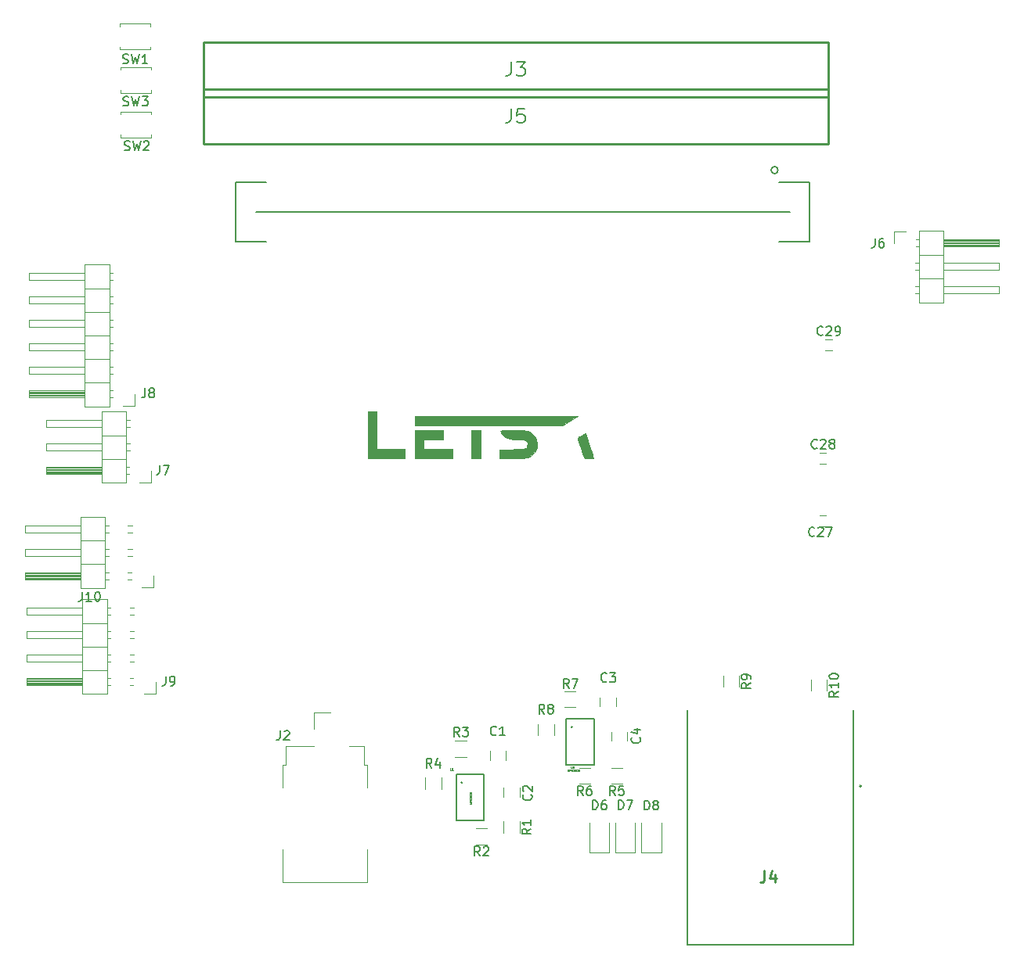
<source format=gbr>
G04 #@! TF.FileFunction,Legend,Top*
%FSLAX45Y45*%
G04 Gerber Fmt 4.5, Leading zero omitted, Abs format (unit mm)*
G04 Created by KiCad (PCBNEW 4.0.7) date 02/13/18 13:39:06*
%MOMM*%
%LPD*%
G01*
G04 APERTURE LIST*
%ADD10C,0.100000*%
%ADD11C,0.200000*%
%ADD12C,0.120000*%
%ADD13C,0.152400*%
%ADD14C,0.254000*%
%ADD15C,0.010000*%
%ADD16C,0.127000*%
%ADD17C,0.150000*%
%ADD18C,0.049267*%
%ADD19C,0.050000*%
%ADD20C,0.049235*%
G04 APERTURE END LIST*
D10*
D11*
X9992500Y-4585000D02*
X15762500Y-4585000D01*
D12*
X8379500Y-9801000D02*
X8379500Y-8773000D01*
X8379500Y-8773000D02*
X8113500Y-8773000D01*
X8113500Y-8773000D02*
X8113500Y-9801000D01*
X8113500Y-9801000D02*
X8379500Y-9801000D01*
X8113500Y-9706000D02*
X7513500Y-9706000D01*
X7513500Y-9706000D02*
X7513500Y-9630000D01*
X7513500Y-9630000D02*
X8113500Y-9630000D01*
X8113500Y-9700000D02*
X7513500Y-9700000D01*
X8113500Y-9688000D02*
X7513500Y-9688000D01*
X8113500Y-9676000D02*
X7513500Y-9676000D01*
X8113500Y-9664000D02*
X7513500Y-9664000D01*
X8113500Y-9652000D02*
X7513500Y-9652000D01*
X8113500Y-9640000D02*
X7513500Y-9640000D01*
X8419207Y-9706000D02*
X8379500Y-9706000D01*
X8419207Y-9630000D02*
X8379500Y-9630000D01*
X8666500Y-9706000D02*
X8627793Y-9706000D01*
X8666500Y-9630000D02*
X8627793Y-9630000D01*
X8379500Y-9541000D02*
X8113500Y-9541000D01*
X8113500Y-9452000D02*
X7513500Y-9452000D01*
X7513500Y-9452000D02*
X7513500Y-9376000D01*
X7513500Y-9376000D02*
X8113500Y-9376000D01*
X8419207Y-9452000D02*
X8379500Y-9452000D01*
X8419207Y-9376000D02*
X8379500Y-9376000D01*
X8673207Y-9452000D02*
X8627793Y-9452000D01*
X8673207Y-9376000D02*
X8627793Y-9376000D01*
X8379500Y-9287000D02*
X8113500Y-9287000D01*
X8113500Y-9198000D02*
X7513500Y-9198000D01*
X7513500Y-9198000D02*
X7513500Y-9122000D01*
X7513500Y-9122000D02*
X8113500Y-9122000D01*
X8419207Y-9198000D02*
X8379500Y-9198000D01*
X8419207Y-9122000D02*
X8379500Y-9122000D01*
X8673207Y-9198000D02*
X8627793Y-9198000D01*
X8673207Y-9122000D02*
X8627793Y-9122000D01*
X8379500Y-9033000D02*
X8113500Y-9033000D01*
X8113500Y-8944000D02*
X7513500Y-8944000D01*
X7513500Y-8944000D02*
X7513500Y-8868000D01*
X7513500Y-8868000D02*
X8113500Y-8868000D01*
X8419207Y-8944000D02*
X8379500Y-8944000D01*
X8419207Y-8868000D02*
X8379500Y-8868000D01*
X8673207Y-8944000D02*
X8627793Y-8944000D01*
X8673207Y-8868000D02*
X8627793Y-8868000D01*
X8904500Y-9668000D02*
X8904500Y-9795000D01*
X8904500Y-9795000D02*
X8777500Y-9795000D01*
X15992000Y-9767500D02*
X15992000Y-9647500D01*
X16168000Y-9647500D02*
X16168000Y-9767500D01*
D13*
X9772390Y-4262420D02*
X10100216Y-4262420D01*
X15977610Y-4262420D02*
X15977610Y-4907580D01*
X15977610Y-4907580D02*
X15649717Y-4907580D01*
X9772390Y-4907580D02*
X9772390Y-4262420D01*
X15649784Y-4262420D02*
X15977610Y-4262420D01*
X10100216Y-4907580D02*
X9772390Y-4907580D01*
X15638101Y-4129500D02*
G75*
G03X15638101Y-4129500I-38100J0D01*
G01*
D11*
X14656000Y-9978000D02*
X14656000Y-12518000D01*
X14656000Y-12518000D02*
X16454000Y-12518000D01*
X16454000Y-12518000D02*
X16454000Y-9978000D01*
D14*
X16538200Y-10797200D02*
G75*
G03X16538200Y-10797200I-7000J0D01*
G01*
D12*
X16086000Y-7864000D02*
X16156000Y-7864000D01*
X16156000Y-7984000D02*
X16086000Y-7984000D01*
X16160000Y-7310000D02*
X16090000Y-7310000D01*
X16090000Y-7190000D02*
X16160000Y-7190000D01*
X16221000Y-6083000D02*
X16151000Y-6083000D01*
X16151000Y-5963000D02*
X16221000Y-5963000D01*
X13882000Y-11518500D02*
X14094000Y-11518500D01*
X13882000Y-11198500D02*
X13882000Y-11518500D01*
X14094000Y-11518500D02*
X14094000Y-11198500D01*
X13602000Y-11513500D02*
X13814000Y-11513500D01*
X13602000Y-11193500D02*
X13602000Y-11513500D01*
X13814000Y-11513500D02*
X13814000Y-11193500D01*
X14162000Y-11518500D02*
X14374000Y-11518500D01*
X14162000Y-11198500D02*
X14162000Y-11518500D01*
X14374000Y-11518500D02*
X14374000Y-11198500D01*
D15*
G36*
X11298733Y-6945398D02*
X11300250Y-7148886D01*
X11603322Y-7148886D01*
X11603318Y-7249909D01*
X11199227Y-7249909D01*
X11199227Y-6741909D01*
X11297216Y-6741909D01*
X11298733Y-6945398D01*
X11298733Y-6945398D01*
G37*
X11298733Y-6945398D02*
X11300250Y-7148886D01*
X11603322Y-7148886D01*
X11603318Y-7249909D01*
X11199227Y-7249909D01*
X11199227Y-6741909D01*
X11297216Y-6741909D01*
X11298733Y-6945398D01*
G36*
X12013182Y-7047864D02*
X11804914Y-7047864D01*
X11806582Y-7098375D01*
X11808250Y-7148886D01*
X11961227Y-7150037D01*
X12114204Y-7151188D01*
X12115872Y-7200549D01*
X12117540Y-7249909D01*
X11707227Y-7249909D01*
X11707227Y-6943954D01*
X12013182Y-6943954D01*
X12013182Y-7047864D01*
X12013182Y-7047864D01*
G37*
X12013182Y-7047864D02*
X11804914Y-7047864D01*
X11806582Y-7098375D01*
X11808250Y-7148886D01*
X11961227Y-7150037D01*
X12114204Y-7151188D01*
X12115872Y-7200549D01*
X12117540Y-7249909D01*
X11707227Y-7249909D01*
X11707227Y-6943954D01*
X12013182Y-6943954D01*
X12013182Y-7047864D01*
G36*
X12369648Y-6945173D02*
X12420159Y-6946841D01*
X12423237Y-7249909D01*
X12319136Y-7249909D01*
X12319136Y-6943505D01*
X12369648Y-6945173D01*
X12369648Y-6945173D01*
G37*
X12369648Y-6945173D02*
X12420159Y-6946841D01*
X12423237Y-7249909D01*
X12319136Y-7249909D01*
X12319136Y-6943505D01*
X12369648Y-6945173D01*
G36*
X12815247Y-6944205D02*
X12855107Y-6945162D01*
X12886682Y-6947134D01*
X12911598Y-6950430D01*
X12931481Y-6955357D01*
X12947959Y-6962225D01*
X12962657Y-6971342D01*
X12977202Y-6983015D01*
X12978787Y-6984402D01*
X13005902Y-7015139D01*
X13023169Y-7049608D01*
X13030919Y-7086089D01*
X13029482Y-7122865D01*
X13019188Y-7158216D01*
X13000368Y-7190423D01*
X12973352Y-7217769D01*
X12938471Y-7238534D01*
X12929222Y-7242254D01*
X12915826Y-7244812D01*
X12891133Y-7246827D01*
X12855378Y-7248286D01*
X12808797Y-7249180D01*
X12767966Y-7249470D01*
X12625091Y-7249909D01*
X12625091Y-7151773D01*
X12752276Y-7151773D01*
X12800450Y-7151530D01*
X12838412Y-7150639D01*
X12867488Y-7148856D01*
X12889005Y-7145937D01*
X12904289Y-7141637D01*
X12914666Y-7135713D01*
X12921463Y-7127920D01*
X12925309Y-7119926D01*
X12930553Y-7098355D01*
X12926772Y-7080943D01*
X12914171Y-7064738D01*
X12906676Y-7057604D01*
X12899529Y-7052831D01*
X12890321Y-7049946D01*
X12876641Y-7048472D01*
X12856079Y-7047937D01*
X12828498Y-7047864D01*
X12781354Y-7046407D01*
X12743537Y-7041564D01*
X12713145Y-7032629D01*
X12688274Y-7018891D01*
X12667022Y-6999644D01*
X12653441Y-6982739D01*
X12644735Y-6970608D01*
X12639153Y-6961312D01*
X12637783Y-6954474D01*
X12641715Y-6949717D01*
X12652038Y-6946664D01*
X12669839Y-6944937D01*
X12696208Y-6944161D01*
X12732234Y-6943958D01*
X12765475Y-6943954D01*
X12815247Y-6944205D01*
X12815247Y-6944205D01*
G37*
X12815247Y-6944205D02*
X12855107Y-6945162D01*
X12886682Y-6947134D01*
X12911598Y-6950430D01*
X12931481Y-6955357D01*
X12947959Y-6962225D01*
X12962657Y-6971342D01*
X12977202Y-6983015D01*
X12978787Y-6984402D01*
X13005902Y-7015139D01*
X13023169Y-7049608D01*
X13030919Y-7086089D01*
X13029482Y-7122865D01*
X13019188Y-7158216D01*
X13000368Y-7190423D01*
X12973352Y-7217769D01*
X12938471Y-7238534D01*
X12929222Y-7242254D01*
X12915826Y-7244812D01*
X12891133Y-7246827D01*
X12855378Y-7248286D01*
X12808797Y-7249180D01*
X12767966Y-7249470D01*
X12625091Y-7249909D01*
X12625091Y-7151773D01*
X12752276Y-7151773D01*
X12800450Y-7151530D01*
X12838412Y-7150639D01*
X12867488Y-7148856D01*
X12889005Y-7145937D01*
X12904289Y-7141637D01*
X12914666Y-7135713D01*
X12921463Y-7127920D01*
X12925309Y-7119926D01*
X12930553Y-7098355D01*
X12926772Y-7080943D01*
X12914171Y-7064738D01*
X12906676Y-7057604D01*
X12899529Y-7052831D01*
X12890321Y-7049946D01*
X12876641Y-7048472D01*
X12856079Y-7047937D01*
X12828498Y-7047864D01*
X12781354Y-7046407D01*
X12743537Y-7041564D01*
X12713145Y-7032629D01*
X12688274Y-7018891D01*
X12667022Y-6999644D01*
X12653441Y-6982739D01*
X12644735Y-6970608D01*
X12639153Y-6961312D01*
X12637783Y-6954474D01*
X12641715Y-6949717D01*
X12652038Y-6946664D01*
X12669839Y-6944937D01*
X12696208Y-6944161D01*
X12732234Y-6943958D01*
X12765475Y-6943954D01*
X12815247Y-6944205D01*
G36*
X13597361Y-7110059D02*
X13609598Y-7146947D01*
X13620515Y-7180185D01*
X13629606Y-7208211D01*
X13636368Y-7229462D01*
X13640296Y-7242375D01*
X13641091Y-7245582D01*
X13635878Y-7248259D01*
X13622341Y-7249782D01*
X13603637Y-7250241D01*
X13582920Y-7249725D01*
X13563345Y-7248326D01*
X13548068Y-7246132D01*
X13540243Y-7243235D01*
X13539886Y-7242693D01*
X13537275Y-7235153D01*
X13531632Y-7218503D01*
X13523579Y-7194584D01*
X13513735Y-7165241D01*
X13502721Y-7132316D01*
X13502472Y-7131568D01*
X13490034Y-7094668D01*
X13481040Y-7067107D01*
X13475727Y-7047132D01*
X13474332Y-7032990D01*
X13477092Y-7022928D01*
X13484245Y-7015194D01*
X13496027Y-7008035D01*
X13512676Y-6999697D01*
X13520872Y-6995578D01*
X13553630Y-6978864D01*
X13597361Y-7110059D01*
X13597361Y-7110059D01*
G37*
X13597361Y-7110059D02*
X13609598Y-7146947D01*
X13620515Y-7180185D01*
X13629606Y-7208211D01*
X13636368Y-7229462D01*
X13640296Y-7242375D01*
X13641091Y-7245582D01*
X13635878Y-7248259D01*
X13622341Y-7249782D01*
X13603637Y-7250241D01*
X13582920Y-7249725D01*
X13563345Y-7248326D01*
X13548068Y-7246132D01*
X13540243Y-7243235D01*
X13539886Y-7242693D01*
X13537275Y-7235153D01*
X13531632Y-7218503D01*
X13523579Y-7194584D01*
X13513735Y-7165241D01*
X13502721Y-7132316D01*
X13502472Y-7131568D01*
X13490034Y-7094668D01*
X13481040Y-7067107D01*
X13475727Y-7047132D01*
X13474332Y-7032990D01*
X13477092Y-7022928D01*
X13484245Y-7015194D01*
X13496027Y-7008035D01*
X13512676Y-6999697D01*
X13520872Y-6995578D01*
X13553630Y-6978864D01*
X13597361Y-7110059D01*
G36*
X13428631Y-6817081D02*
X13401846Y-6831522D01*
X13373789Y-6848298D01*
X13349951Y-6864104D01*
X13347129Y-6866149D01*
X13312013Y-6892000D01*
X11707227Y-6892000D01*
X11707227Y-6793864D01*
X13475019Y-6793864D01*
X13428631Y-6817081D01*
X13428631Y-6817081D01*
G37*
X13428631Y-6817081D02*
X13401846Y-6831522D01*
X13373789Y-6848298D01*
X13349951Y-6864104D01*
X13347129Y-6866149D01*
X13312013Y-6892000D01*
X11707227Y-6892000D01*
X11707227Y-6793864D01*
X13475019Y-6793864D01*
X13428631Y-6817081D01*
D14*
X9422800Y-3846696D02*
X9422800Y-3250304D01*
X9422800Y-3250304D02*
X16179200Y-3250304D01*
X16179200Y-3250304D02*
X16179200Y-3846696D01*
X16179200Y-3846696D02*
X9422800Y-3846696D01*
D12*
X12669000Y-11301500D02*
X12669000Y-11181500D01*
X12845000Y-11181500D02*
X12845000Y-11301500D01*
X12372000Y-11253500D02*
X12492000Y-11253500D01*
X12492000Y-11429500D02*
X12372000Y-11429500D01*
X12147000Y-10303500D02*
X12267000Y-10303500D01*
X12267000Y-10479500D02*
X12147000Y-10479500D01*
X11819000Y-10826500D02*
X11819000Y-10706500D01*
X11995000Y-10706500D02*
X11995000Y-10826500D01*
X13833000Y-10598000D02*
X13953000Y-10598000D01*
X13953000Y-10774000D02*
X13833000Y-10774000D01*
X13485500Y-10598000D02*
X13605500Y-10598000D01*
X13605500Y-10774000D02*
X13485500Y-10774000D01*
X13330500Y-9768000D02*
X13450500Y-9768000D01*
X13450500Y-9944000D02*
X13330500Y-9944000D01*
X13040000Y-10243500D02*
X13040000Y-10123500D01*
X13216000Y-10123500D02*
X13216000Y-10243500D01*
D16*
X13414500Y-10159639D02*
G75*
G03X13414500Y-10159639I-6500J0D01*
G01*
X13348000Y-10064639D02*
X13348000Y-10564639D01*
X13348000Y-10564639D02*
X13648000Y-10564639D01*
X13648000Y-10564639D02*
X13648000Y-10064639D01*
X13648000Y-10064639D02*
X13348000Y-10064639D01*
D14*
X9422700Y-3339092D02*
X9422700Y-2742700D01*
X9422700Y-2742700D02*
X16179100Y-2742700D01*
X16179100Y-2742700D02*
X16179100Y-3339092D01*
X16179100Y-3339092D02*
X9422700Y-3339092D01*
D16*
X12223500Y-10761500D02*
G75*
G03X12223500Y-10761500I-6500J0D01*
G01*
X12157000Y-10666500D02*
X12157000Y-11166500D01*
X12157000Y-11166500D02*
X12457000Y-11166500D01*
X12457000Y-11166500D02*
X12457000Y-10666500D01*
X12457000Y-10666500D02*
X12157000Y-10666500D01*
D12*
X8590500Y-7515000D02*
X8590500Y-6741000D01*
X8590500Y-6741000D02*
X8324500Y-6741000D01*
X8324500Y-6741000D02*
X8324500Y-7515000D01*
X8324500Y-7515000D02*
X8590500Y-7515000D01*
X8324500Y-7420000D02*
X7724500Y-7420000D01*
X7724500Y-7420000D02*
X7724500Y-7344000D01*
X7724500Y-7344000D02*
X8324500Y-7344000D01*
X8324500Y-7414000D02*
X7724500Y-7414000D01*
X8324500Y-7402000D02*
X7724500Y-7402000D01*
X8324500Y-7390000D02*
X7724500Y-7390000D01*
X8324500Y-7378000D02*
X7724500Y-7378000D01*
X8324500Y-7366000D02*
X7724500Y-7366000D01*
X8324500Y-7354000D02*
X7724500Y-7354000D01*
X8623500Y-7420000D02*
X8590500Y-7420000D01*
X8623500Y-7344000D02*
X8590500Y-7344000D01*
X8590500Y-7255000D02*
X8324500Y-7255000D01*
X8324500Y-7166000D02*
X7724500Y-7166000D01*
X7724500Y-7166000D02*
X7724500Y-7090000D01*
X7724500Y-7090000D02*
X8324500Y-7090000D01*
X8630207Y-7166000D02*
X8590500Y-7166000D01*
X8630207Y-7090000D02*
X8590500Y-7090000D01*
X8590500Y-7001000D02*
X8324500Y-7001000D01*
X8324500Y-6912000D02*
X7724500Y-6912000D01*
X7724500Y-6912000D02*
X7724500Y-6836000D01*
X7724500Y-6836000D02*
X8324500Y-6836000D01*
X8630207Y-6912000D02*
X8590500Y-6912000D01*
X8630207Y-6836000D02*
X8590500Y-6836000D01*
X8861500Y-7382000D02*
X8861500Y-7509000D01*
X8861500Y-7509000D02*
X8734500Y-7509000D01*
X8407000Y-6687000D02*
X8407000Y-5151000D01*
X8407000Y-5151000D02*
X8141000Y-5151000D01*
X8141000Y-5151000D02*
X8141000Y-6687000D01*
X8141000Y-6687000D02*
X8407000Y-6687000D01*
X8141000Y-6592000D02*
X7541000Y-6592000D01*
X7541000Y-6592000D02*
X7541000Y-6516000D01*
X7541000Y-6516000D02*
X8141000Y-6516000D01*
X8141000Y-6586000D02*
X7541000Y-6586000D01*
X8141000Y-6574000D02*
X7541000Y-6574000D01*
X8141000Y-6562000D02*
X7541000Y-6562000D01*
X8141000Y-6550000D02*
X7541000Y-6550000D01*
X8141000Y-6538000D02*
X7541000Y-6538000D01*
X8141000Y-6526000D02*
X7541000Y-6526000D01*
X8440000Y-6592000D02*
X8407000Y-6592000D01*
X8440000Y-6516000D02*
X8407000Y-6516000D01*
X8407000Y-6427000D02*
X8141000Y-6427000D01*
X8141000Y-6338000D02*
X7541000Y-6338000D01*
X7541000Y-6338000D02*
X7541000Y-6262000D01*
X7541000Y-6262000D02*
X8141000Y-6262000D01*
X8446707Y-6338000D02*
X8407000Y-6338000D01*
X8446707Y-6262000D02*
X8407000Y-6262000D01*
X8407000Y-6173000D02*
X8141000Y-6173000D01*
X8141000Y-6084000D02*
X7541000Y-6084000D01*
X7541000Y-6084000D02*
X7541000Y-6008000D01*
X7541000Y-6008000D02*
X8141000Y-6008000D01*
X8446707Y-6084000D02*
X8407000Y-6084000D01*
X8446707Y-6008000D02*
X8407000Y-6008000D01*
X8407000Y-5919000D02*
X8141000Y-5919000D01*
X8141000Y-5830000D02*
X7541000Y-5830000D01*
X7541000Y-5830000D02*
X7541000Y-5754000D01*
X7541000Y-5754000D02*
X8141000Y-5754000D01*
X8446707Y-5830000D02*
X8407000Y-5830000D01*
X8446707Y-5754000D02*
X8407000Y-5754000D01*
X8407000Y-5665000D02*
X8141000Y-5665000D01*
X8141000Y-5576000D02*
X7541000Y-5576000D01*
X7541000Y-5576000D02*
X7541000Y-5500000D01*
X7541000Y-5500000D02*
X8141000Y-5500000D01*
X8446707Y-5576000D02*
X8407000Y-5576000D01*
X8446707Y-5500000D02*
X8407000Y-5500000D01*
X8407000Y-5411000D02*
X8141000Y-5411000D01*
X8141000Y-5322000D02*
X7541000Y-5322000D01*
X7541000Y-5322000D02*
X7541000Y-5246000D01*
X7541000Y-5246000D02*
X8141000Y-5246000D01*
X8446707Y-5322000D02*
X8407000Y-5322000D01*
X8446707Y-5246000D02*
X8407000Y-5246000D01*
X8678000Y-6554000D02*
X8678000Y-6681000D01*
X8678000Y-6681000D02*
X8551000Y-6681000D01*
X17163500Y-4786000D02*
X17163500Y-5560000D01*
X17163500Y-5560000D02*
X17429500Y-5560000D01*
X17429500Y-5560000D02*
X17429500Y-4786000D01*
X17429500Y-4786000D02*
X17163500Y-4786000D01*
X17429500Y-4881000D02*
X18029500Y-4881000D01*
X18029500Y-4881000D02*
X18029500Y-4957000D01*
X18029500Y-4957000D02*
X17429500Y-4957000D01*
X17429500Y-4887000D02*
X18029500Y-4887000D01*
X17429500Y-4899000D02*
X18029500Y-4899000D01*
X17429500Y-4911000D02*
X18029500Y-4911000D01*
X17429500Y-4923000D02*
X18029500Y-4923000D01*
X17429500Y-4935000D02*
X18029500Y-4935000D01*
X17429500Y-4947000D02*
X18029500Y-4947000D01*
X17130500Y-4881000D02*
X17163500Y-4881000D01*
X17130500Y-4957000D02*
X17163500Y-4957000D01*
X17163500Y-5046000D02*
X17429500Y-5046000D01*
X17429500Y-5135000D02*
X18029500Y-5135000D01*
X18029500Y-5135000D02*
X18029500Y-5211000D01*
X18029500Y-5211000D02*
X17429500Y-5211000D01*
X17123793Y-5135000D02*
X17163500Y-5135000D01*
X17123793Y-5211000D02*
X17163500Y-5211000D01*
X17163500Y-5300000D02*
X17429500Y-5300000D01*
X17429500Y-5389000D02*
X18029500Y-5389000D01*
X18029500Y-5389000D02*
X18029500Y-5465000D01*
X18029500Y-5465000D02*
X17429500Y-5465000D01*
X17123793Y-5389000D02*
X17163500Y-5389000D01*
X17123793Y-5465000D02*
X17163500Y-5465000D01*
X16892500Y-4919000D02*
X16892500Y-4792000D01*
X16892500Y-4792000D02*
X17019500Y-4792000D01*
X11197500Y-11482500D02*
X11197500Y-11837500D01*
X11197500Y-11837500D02*
X10277500Y-11837500D01*
X10277500Y-11837500D02*
X10277500Y-11482500D01*
X10277500Y-10812500D02*
X10277500Y-10567500D01*
X10277500Y-10567500D02*
X10317500Y-10567500D01*
X10317500Y-10567500D02*
X10317500Y-10367500D01*
X10317500Y-10367500D02*
X10617500Y-10367500D01*
X10997500Y-10367500D02*
X11157500Y-10367500D01*
X11157500Y-10367500D02*
X11157500Y-10567500D01*
X11157500Y-10567500D02*
X11197500Y-10567500D01*
X11197500Y-10567500D02*
X11197500Y-10812500D01*
X10618500Y-10177500D02*
X10618500Y-10003500D01*
X10618500Y-10003500D02*
X10792500Y-10003500D01*
X15044500Y-9725000D02*
X15044500Y-9605000D01*
X15220500Y-9605000D02*
X15220500Y-9725000D01*
X8359500Y-8656000D02*
X8359500Y-7882000D01*
X8359500Y-7882000D02*
X8093500Y-7882000D01*
X8093500Y-7882000D02*
X8093500Y-8656000D01*
X8093500Y-8656000D02*
X8359500Y-8656000D01*
X8093500Y-8561000D02*
X7493500Y-8561000D01*
X7493500Y-8561000D02*
X7493500Y-8485000D01*
X7493500Y-8485000D02*
X8093500Y-8485000D01*
X8093500Y-8555000D02*
X7493500Y-8555000D01*
X8093500Y-8543000D02*
X7493500Y-8543000D01*
X8093500Y-8531000D02*
X7493500Y-8531000D01*
X8093500Y-8519000D02*
X7493500Y-8519000D01*
X8093500Y-8507000D02*
X7493500Y-8507000D01*
X8093500Y-8495000D02*
X7493500Y-8495000D01*
X8399207Y-8561000D02*
X8359500Y-8561000D01*
X8399207Y-8485000D02*
X8359500Y-8485000D01*
X8646500Y-8561000D02*
X8607793Y-8561000D01*
X8646500Y-8485000D02*
X8607793Y-8485000D01*
X8359500Y-8396000D02*
X8093500Y-8396000D01*
X8093500Y-8307000D02*
X7493500Y-8307000D01*
X7493500Y-8307000D02*
X7493500Y-8231000D01*
X7493500Y-8231000D02*
X8093500Y-8231000D01*
X8399207Y-8307000D02*
X8359500Y-8307000D01*
X8399207Y-8231000D02*
X8359500Y-8231000D01*
X8653207Y-8307000D02*
X8607793Y-8307000D01*
X8653207Y-8231000D02*
X8607793Y-8231000D01*
X8359500Y-8142000D02*
X8093500Y-8142000D01*
X8093500Y-8053000D02*
X7493500Y-8053000D01*
X7493500Y-8053000D02*
X7493500Y-7977000D01*
X7493500Y-7977000D02*
X8093500Y-7977000D01*
X8399207Y-8053000D02*
X8359500Y-8053000D01*
X8399207Y-7977000D02*
X8359500Y-7977000D01*
X8653207Y-8053000D02*
X8607793Y-8053000D01*
X8653207Y-7977000D02*
X8607793Y-7977000D01*
X8884500Y-8523000D02*
X8884500Y-8650000D01*
X8884500Y-8650000D02*
X8757500Y-8650000D01*
X8517500Y-2795000D02*
X8517500Y-2825000D01*
X8517500Y-2825000D02*
X8847500Y-2825000D01*
X8847500Y-2825000D02*
X8847500Y-2795000D01*
X8517500Y-2575000D02*
X8517500Y-2545000D01*
X8517500Y-2545000D02*
X8847500Y-2545000D01*
X8847500Y-2545000D02*
X8847500Y-2575000D01*
X8527500Y-3265000D02*
X8527500Y-3295000D01*
X8527500Y-3295000D02*
X8857500Y-3295000D01*
X8857500Y-3295000D02*
X8857500Y-3265000D01*
X8527500Y-3045000D02*
X8527500Y-3015000D01*
X8527500Y-3015000D02*
X8857500Y-3015000D01*
X8857500Y-3015000D02*
X8857500Y-3045000D01*
X8525000Y-3747500D02*
X8525000Y-3777500D01*
X8525000Y-3777500D02*
X8855000Y-3777500D01*
X8855000Y-3777500D02*
X8855000Y-3747500D01*
X8525000Y-3527500D02*
X8525000Y-3497500D01*
X8525000Y-3497500D02*
X8855000Y-3497500D01*
X8855000Y-3497500D02*
X8855000Y-3527500D01*
X12692000Y-10516500D02*
X12692000Y-10416500D01*
X12522000Y-10416500D02*
X12522000Y-10516500D01*
X12672000Y-10816500D02*
X12672000Y-10916500D01*
X12842000Y-10916500D02*
X12842000Y-10816500D01*
X13883000Y-9936000D02*
X13883000Y-9836000D01*
X13713000Y-9836000D02*
X13713000Y-9936000D01*
X13838000Y-10208500D02*
X13838000Y-10308500D01*
X14008000Y-10308500D02*
X14008000Y-10208500D01*
D17*
X9015167Y-9609238D02*
X9015167Y-9680667D01*
X9010405Y-9694952D01*
X9000881Y-9704476D01*
X8986595Y-9709238D01*
X8977071Y-9709238D01*
X9067548Y-9709238D02*
X9086595Y-9709238D01*
X9096119Y-9704476D01*
X9100881Y-9699714D01*
X9110405Y-9685429D01*
X9115167Y-9666381D01*
X9115167Y-9628286D01*
X9110405Y-9618762D01*
X9105643Y-9614000D01*
X9096119Y-9609238D01*
X9077071Y-9609238D01*
X9067548Y-9614000D01*
X9062786Y-9618762D01*
X9058024Y-9628286D01*
X9058024Y-9652095D01*
X9062786Y-9661619D01*
X9067548Y-9666381D01*
X9077071Y-9671143D01*
X9096119Y-9671143D01*
X9105643Y-9666381D01*
X9110405Y-9661619D01*
X9115167Y-9652095D01*
X16290238Y-9771786D02*
X16242619Y-9805119D01*
X16290238Y-9828929D02*
X16190238Y-9828929D01*
X16190238Y-9790833D01*
X16195000Y-9781310D01*
X16199762Y-9776548D01*
X16209286Y-9771786D01*
X16223571Y-9771786D01*
X16233095Y-9776548D01*
X16237857Y-9781310D01*
X16242619Y-9790833D01*
X16242619Y-9828929D01*
X16290238Y-9676548D02*
X16290238Y-9733691D01*
X16290238Y-9705119D02*
X16190238Y-9705119D01*
X16204524Y-9714643D01*
X16214048Y-9724167D01*
X16218809Y-9733691D01*
X16190238Y-9614643D02*
X16190238Y-9605119D01*
X16195000Y-9595595D01*
X16199762Y-9590833D01*
X16209286Y-9586071D01*
X16228333Y-9581310D01*
X16252143Y-9581310D01*
X16271190Y-9586071D01*
X16280714Y-9590833D01*
X16285476Y-9595595D01*
X16290238Y-9605119D01*
X16290238Y-9614643D01*
X16285476Y-9624167D01*
X16280714Y-9628929D01*
X16271190Y-9633691D01*
X16252143Y-9638452D01*
X16228333Y-9638452D01*
X16209286Y-9633691D01*
X16199762Y-9628929D01*
X16195000Y-9624167D01*
X16190238Y-9614643D01*
D14*
X15490041Y-11714088D02*
X15490041Y-11804803D01*
X15483993Y-11822945D01*
X15471898Y-11835041D01*
X15453755Y-11841088D01*
X15441660Y-11841088D01*
X15604945Y-11756422D02*
X15604945Y-11841088D01*
X15574707Y-11708041D02*
X15544469Y-11798755D01*
X15623088Y-11798755D01*
D17*
X16031714Y-8084714D02*
X16026952Y-8089476D01*
X16012667Y-8094238D01*
X16003143Y-8094238D01*
X15988857Y-8089476D01*
X15979333Y-8079952D01*
X15974571Y-8070429D01*
X15969809Y-8051381D01*
X15969809Y-8037095D01*
X15974571Y-8018048D01*
X15979333Y-8008524D01*
X15988857Y-7999000D01*
X16003143Y-7994238D01*
X16012667Y-7994238D01*
X16026952Y-7999000D01*
X16031714Y-8003762D01*
X16069809Y-8003762D02*
X16074571Y-7999000D01*
X16084095Y-7994238D01*
X16107905Y-7994238D01*
X16117429Y-7999000D01*
X16122190Y-8003762D01*
X16126952Y-8013286D01*
X16126952Y-8022809D01*
X16122190Y-8037095D01*
X16065048Y-8094238D01*
X16126952Y-8094238D01*
X16160286Y-7994238D02*
X16226952Y-7994238D01*
X16184095Y-8094238D01*
X16060714Y-7135714D02*
X16055952Y-7140476D01*
X16041667Y-7145238D01*
X16032143Y-7145238D01*
X16017857Y-7140476D01*
X16008333Y-7130952D01*
X16003571Y-7121429D01*
X15998809Y-7102381D01*
X15998809Y-7088095D01*
X16003571Y-7069048D01*
X16008333Y-7059524D01*
X16017857Y-7050000D01*
X16032143Y-7045238D01*
X16041667Y-7045238D01*
X16055952Y-7050000D01*
X16060714Y-7054762D01*
X16098809Y-7054762D02*
X16103571Y-7050000D01*
X16113095Y-7045238D01*
X16136905Y-7045238D01*
X16146429Y-7050000D01*
X16151190Y-7054762D01*
X16155952Y-7064286D01*
X16155952Y-7073809D01*
X16151190Y-7088095D01*
X16094048Y-7145238D01*
X16155952Y-7145238D01*
X16213095Y-7088095D02*
X16203571Y-7083333D01*
X16198809Y-7078571D01*
X16194048Y-7069048D01*
X16194048Y-7064286D01*
X16198809Y-7054762D01*
X16203571Y-7050000D01*
X16213095Y-7045238D01*
X16232143Y-7045238D01*
X16241667Y-7050000D01*
X16246429Y-7054762D01*
X16251190Y-7064286D01*
X16251190Y-7069048D01*
X16246429Y-7078571D01*
X16241667Y-7083333D01*
X16232143Y-7088095D01*
X16213095Y-7088095D01*
X16203571Y-7092857D01*
X16198809Y-7097619D01*
X16194048Y-7107143D01*
X16194048Y-7126190D01*
X16198809Y-7135714D01*
X16203571Y-7140476D01*
X16213095Y-7145238D01*
X16232143Y-7145238D01*
X16241667Y-7140476D01*
X16246429Y-7135714D01*
X16251190Y-7126190D01*
X16251190Y-7107143D01*
X16246429Y-7097619D01*
X16241667Y-7092857D01*
X16232143Y-7088095D01*
X16121714Y-5908714D02*
X16116952Y-5913476D01*
X16102667Y-5918238D01*
X16093143Y-5918238D01*
X16078857Y-5913476D01*
X16069333Y-5903952D01*
X16064571Y-5894429D01*
X16059809Y-5875381D01*
X16059809Y-5861095D01*
X16064571Y-5842048D01*
X16069333Y-5832524D01*
X16078857Y-5823000D01*
X16093143Y-5818238D01*
X16102667Y-5818238D01*
X16116952Y-5823000D01*
X16121714Y-5827762D01*
X16159809Y-5827762D02*
X16164571Y-5823000D01*
X16174095Y-5818238D01*
X16197905Y-5818238D01*
X16207429Y-5823000D01*
X16212190Y-5827762D01*
X16216952Y-5837286D01*
X16216952Y-5846809D01*
X16212190Y-5861095D01*
X16155048Y-5918238D01*
X16216952Y-5918238D01*
X16264571Y-5918238D02*
X16283619Y-5918238D01*
X16293143Y-5913476D01*
X16297905Y-5908714D01*
X16307429Y-5894429D01*
X16312190Y-5875381D01*
X16312190Y-5837286D01*
X16307429Y-5827762D01*
X16302667Y-5823000D01*
X16293143Y-5818238D01*
X16274095Y-5818238D01*
X16264571Y-5823000D01*
X16259809Y-5827762D01*
X16255048Y-5837286D01*
X16255048Y-5861095D01*
X16259809Y-5870619D01*
X16264571Y-5875381D01*
X16274095Y-5880143D01*
X16293143Y-5880143D01*
X16302667Y-5875381D01*
X16307429Y-5870619D01*
X16312190Y-5861095D01*
X13911690Y-11048738D02*
X13911690Y-10948738D01*
X13935500Y-10948738D01*
X13949786Y-10953500D01*
X13959310Y-10963024D01*
X13964071Y-10972548D01*
X13968833Y-10991595D01*
X13968833Y-11005881D01*
X13964071Y-11024929D01*
X13959310Y-11034452D01*
X13949786Y-11043976D01*
X13935500Y-11048738D01*
X13911690Y-11048738D01*
X14002167Y-10948738D02*
X14068833Y-10948738D01*
X14025976Y-11048738D01*
X13631690Y-11051238D02*
X13631690Y-10951238D01*
X13655500Y-10951238D01*
X13669786Y-10956000D01*
X13679310Y-10965524D01*
X13684071Y-10975048D01*
X13688833Y-10994095D01*
X13688833Y-11008381D01*
X13684071Y-11027429D01*
X13679310Y-11036952D01*
X13669786Y-11046476D01*
X13655500Y-11051238D01*
X13631690Y-11051238D01*
X13774548Y-10951238D02*
X13755500Y-10951238D01*
X13745976Y-10956000D01*
X13741214Y-10960762D01*
X13731690Y-10975048D01*
X13726929Y-10994095D01*
X13726929Y-11032191D01*
X13731690Y-11041714D01*
X13736452Y-11046476D01*
X13745976Y-11051238D01*
X13765024Y-11051238D01*
X13774548Y-11046476D01*
X13779310Y-11041714D01*
X13784071Y-11032191D01*
X13784071Y-11008381D01*
X13779310Y-10998857D01*
X13774548Y-10994095D01*
X13765024Y-10989333D01*
X13745976Y-10989333D01*
X13736452Y-10994095D01*
X13731690Y-10998857D01*
X13726929Y-11008381D01*
X14191690Y-11053738D02*
X14191690Y-10953738D01*
X14215500Y-10953738D01*
X14229786Y-10958500D01*
X14239310Y-10968024D01*
X14244071Y-10977548D01*
X14248833Y-10996595D01*
X14248833Y-11010881D01*
X14244071Y-11029929D01*
X14239310Y-11039452D01*
X14229786Y-11048976D01*
X14215500Y-11053738D01*
X14191690Y-11053738D01*
X14305976Y-10996595D02*
X14296452Y-10991833D01*
X14291690Y-10987071D01*
X14286929Y-10977548D01*
X14286929Y-10972786D01*
X14291690Y-10963262D01*
X14296452Y-10958500D01*
X14305976Y-10953738D01*
X14325024Y-10953738D01*
X14334548Y-10958500D01*
X14339310Y-10963262D01*
X14344071Y-10972786D01*
X14344071Y-10977548D01*
X14339310Y-10987071D01*
X14334548Y-10991833D01*
X14325024Y-10996595D01*
X14305976Y-10996595D01*
X14296452Y-11001357D01*
X14291690Y-11006119D01*
X14286929Y-11015643D01*
X14286929Y-11034691D01*
X14291690Y-11044214D01*
X14296452Y-11048976D01*
X14305976Y-11053738D01*
X14325024Y-11053738D01*
X14334548Y-11048976D01*
X14339310Y-11044214D01*
X14344071Y-11034691D01*
X14344071Y-11015643D01*
X14339310Y-11006119D01*
X14334548Y-11001357D01*
X14325024Y-10996595D01*
X12750200Y-3465043D02*
X12750200Y-3573900D01*
X12742943Y-3595671D01*
X12728428Y-3610186D01*
X12706657Y-3617443D01*
X12692143Y-3617443D01*
X12895343Y-3465043D02*
X12822771Y-3465043D01*
X12815514Y-3537614D01*
X12822771Y-3530357D01*
X12837286Y-3523100D01*
X12873571Y-3523100D01*
X12888086Y-3530357D01*
X12895343Y-3537614D01*
X12902600Y-3552129D01*
X12902600Y-3588414D01*
X12895343Y-3602929D01*
X12888086Y-3610186D01*
X12873571Y-3617443D01*
X12837286Y-3617443D01*
X12822771Y-3610186D01*
X12815514Y-3602929D01*
X12967238Y-11258167D02*
X12919619Y-11291500D01*
X12967238Y-11315309D02*
X12867238Y-11315309D01*
X12867238Y-11277214D01*
X12872000Y-11267690D01*
X12876762Y-11262928D01*
X12886286Y-11258167D01*
X12900571Y-11258167D01*
X12910095Y-11262928D01*
X12914857Y-11267690D01*
X12919619Y-11277214D01*
X12919619Y-11315309D01*
X12967238Y-11162929D02*
X12967238Y-11220071D01*
X12967238Y-11191500D02*
X12867238Y-11191500D01*
X12881524Y-11201024D01*
X12891048Y-11210548D01*
X12895809Y-11220071D01*
X12415333Y-11551738D02*
X12382000Y-11504119D01*
X12358190Y-11551738D02*
X12358190Y-11451738D01*
X12396286Y-11451738D01*
X12405810Y-11456500D01*
X12410571Y-11461262D01*
X12415333Y-11470786D01*
X12415333Y-11485071D01*
X12410571Y-11494595D01*
X12405810Y-11499357D01*
X12396286Y-11504119D01*
X12358190Y-11504119D01*
X12453429Y-11461262D02*
X12458190Y-11456500D01*
X12467714Y-11451738D01*
X12491524Y-11451738D01*
X12501048Y-11456500D01*
X12505810Y-11461262D01*
X12510571Y-11470786D01*
X12510571Y-11480309D01*
X12505810Y-11494595D01*
X12448667Y-11551738D01*
X12510571Y-11551738D01*
X12192833Y-10259238D02*
X12159500Y-10211619D01*
X12135690Y-10259238D02*
X12135690Y-10159238D01*
X12173786Y-10159238D01*
X12183310Y-10164000D01*
X12188071Y-10168762D01*
X12192833Y-10178286D01*
X12192833Y-10192571D01*
X12188071Y-10202095D01*
X12183310Y-10206857D01*
X12173786Y-10211619D01*
X12135690Y-10211619D01*
X12226167Y-10159238D02*
X12288071Y-10159238D01*
X12254738Y-10197333D01*
X12269024Y-10197333D01*
X12278548Y-10202095D01*
X12283310Y-10206857D01*
X12288071Y-10216381D01*
X12288071Y-10240191D01*
X12283310Y-10249714D01*
X12278548Y-10254476D01*
X12269024Y-10259238D01*
X12240452Y-10259238D01*
X12230929Y-10254476D01*
X12226167Y-10249714D01*
X11892833Y-10599238D02*
X11859500Y-10551619D01*
X11835690Y-10599238D02*
X11835690Y-10499238D01*
X11873786Y-10499238D01*
X11883310Y-10504000D01*
X11888071Y-10508762D01*
X11892833Y-10518286D01*
X11892833Y-10532571D01*
X11888071Y-10542095D01*
X11883310Y-10546857D01*
X11873786Y-10551619D01*
X11835690Y-10551619D01*
X11978548Y-10532571D02*
X11978548Y-10599238D01*
X11954738Y-10494476D02*
X11930929Y-10565905D01*
X11992833Y-10565905D01*
X13876333Y-10896238D02*
X13843000Y-10848619D01*
X13819190Y-10896238D02*
X13819190Y-10796238D01*
X13857286Y-10796238D01*
X13866810Y-10801000D01*
X13871571Y-10805762D01*
X13876333Y-10815286D01*
X13876333Y-10829571D01*
X13871571Y-10839095D01*
X13866810Y-10843857D01*
X13857286Y-10848619D01*
X13819190Y-10848619D01*
X13966810Y-10796238D02*
X13919190Y-10796238D01*
X13914429Y-10843857D01*
X13919190Y-10839095D01*
X13928714Y-10834333D01*
X13952524Y-10834333D01*
X13962048Y-10839095D01*
X13966810Y-10843857D01*
X13971571Y-10853381D01*
X13971571Y-10877191D01*
X13966810Y-10886714D01*
X13962048Y-10891476D01*
X13952524Y-10896238D01*
X13928714Y-10896238D01*
X13919190Y-10891476D01*
X13914429Y-10886714D01*
X13528833Y-10896238D02*
X13495500Y-10848619D01*
X13471690Y-10896238D02*
X13471690Y-10796238D01*
X13509786Y-10796238D01*
X13519310Y-10801000D01*
X13524071Y-10805762D01*
X13528833Y-10815286D01*
X13528833Y-10829571D01*
X13524071Y-10839095D01*
X13519310Y-10843857D01*
X13509786Y-10848619D01*
X13471690Y-10848619D01*
X13614548Y-10796238D02*
X13595500Y-10796238D01*
X13585976Y-10801000D01*
X13581214Y-10805762D01*
X13571690Y-10820048D01*
X13566929Y-10839095D01*
X13566929Y-10877191D01*
X13571690Y-10886714D01*
X13576452Y-10891476D01*
X13585976Y-10896238D01*
X13605024Y-10896238D01*
X13614548Y-10891476D01*
X13619310Y-10886714D01*
X13624071Y-10877191D01*
X13624071Y-10853381D01*
X13619310Y-10843857D01*
X13614548Y-10839095D01*
X13605024Y-10834333D01*
X13585976Y-10834333D01*
X13576452Y-10839095D01*
X13571690Y-10843857D01*
X13566929Y-10853381D01*
X13376333Y-9738738D02*
X13343000Y-9691119D01*
X13319190Y-9738738D02*
X13319190Y-9638738D01*
X13357286Y-9638738D01*
X13366810Y-9643500D01*
X13371571Y-9648262D01*
X13376333Y-9657786D01*
X13376333Y-9672071D01*
X13371571Y-9681595D01*
X13366810Y-9686357D01*
X13357286Y-9691119D01*
X13319190Y-9691119D01*
X13409667Y-9638738D02*
X13476333Y-9638738D01*
X13433476Y-9738738D01*
X13111333Y-10013738D02*
X13078000Y-9966119D01*
X13054190Y-10013738D02*
X13054190Y-9913738D01*
X13092286Y-9913738D01*
X13101810Y-9918500D01*
X13106571Y-9923262D01*
X13111333Y-9932786D01*
X13111333Y-9947071D01*
X13106571Y-9956595D01*
X13101810Y-9961357D01*
X13092286Y-9966119D01*
X13054190Y-9966119D01*
X13168476Y-9956595D02*
X13158952Y-9951833D01*
X13154190Y-9947071D01*
X13149429Y-9937548D01*
X13149429Y-9932786D01*
X13154190Y-9923262D01*
X13158952Y-9918500D01*
X13168476Y-9913738D01*
X13187524Y-9913738D01*
X13197048Y-9918500D01*
X13201810Y-9923262D01*
X13206571Y-9932786D01*
X13206571Y-9937548D01*
X13201810Y-9947071D01*
X13197048Y-9951833D01*
X13187524Y-9956595D01*
X13168476Y-9956595D01*
X13158952Y-9961357D01*
X13154190Y-9966119D01*
X13149429Y-9975643D01*
X13149429Y-9994691D01*
X13154190Y-10004214D01*
X13158952Y-10008976D01*
X13168476Y-10013738D01*
X13187524Y-10013738D01*
X13197048Y-10008976D01*
X13201810Y-10004214D01*
X13206571Y-9994691D01*
X13206571Y-9975643D01*
X13201810Y-9966119D01*
X13197048Y-9961357D01*
X13187524Y-9956595D01*
D18*
X13397892Y-10581652D02*
X13397892Y-10597605D01*
X13398831Y-10599481D01*
X13399769Y-10600420D01*
X13401646Y-10601358D01*
X13405400Y-10601358D01*
X13407276Y-10600420D01*
X13408215Y-10599481D01*
X13409153Y-10597605D01*
X13409153Y-10581652D01*
X13417599Y-10583528D02*
X13418537Y-10582590D01*
X13420414Y-10581652D01*
X13425106Y-10581652D01*
X13426983Y-10582590D01*
X13427921Y-10583528D01*
X13428860Y-10585405D01*
X13428860Y-10587282D01*
X13427921Y-10590097D01*
X13416661Y-10601358D01*
X13428860Y-10601358D01*
D19*
D20*
X13360289Y-10636190D02*
X13360289Y-10616496D01*
X13366854Y-10630564D01*
X13373419Y-10616496D01*
X13373419Y-10636190D01*
X13382797Y-10636190D02*
X13382797Y-10616496D01*
X13390299Y-10616496D01*
X13392175Y-10617434D01*
X13393113Y-10618372D01*
X13394051Y-10620248D01*
X13394051Y-10623061D01*
X13393113Y-10624937D01*
X13392175Y-10625875D01*
X13390299Y-10626812D01*
X13382797Y-10626812D01*
X13402491Y-10636190D02*
X13402491Y-10616496D01*
X13409055Y-10630564D01*
X13415620Y-10616496D01*
X13415620Y-10636190D01*
X13423123Y-10616496D02*
X13435314Y-10616496D01*
X13428749Y-10623999D01*
X13431563Y-10623999D01*
X13433438Y-10624937D01*
X13434376Y-10625875D01*
X13435314Y-10627750D01*
X13435314Y-10632439D01*
X13434376Y-10634315D01*
X13433438Y-10635253D01*
X13431563Y-10636190D01*
X13425936Y-10636190D01*
X13424060Y-10635253D01*
X13423123Y-10634315D01*
X13452195Y-10616496D02*
X13448443Y-10616496D01*
X13446568Y-10617434D01*
X13445630Y-10618372D01*
X13443754Y-10621185D01*
X13442817Y-10624937D01*
X13442817Y-10632439D01*
X13443754Y-10634315D01*
X13444692Y-10635253D01*
X13446568Y-10636190D01*
X13450319Y-10636190D01*
X13452195Y-10635253D01*
X13453132Y-10634315D01*
X13454070Y-10632439D01*
X13454070Y-10627750D01*
X13453132Y-10625875D01*
X13452195Y-10624937D01*
X13450319Y-10623999D01*
X13446568Y-10623999D01*
X13444692Y-10624937D01*
X13443754Y-10625875D01*
X13442817Y-10627750D01*
X13461573Y-10618372D02*
X13462511Y-10617434D01*
X13464386Y-10616496D01*
X13469075Y-10616496D01*
X13470951Y-10617434D01*
X13471889Y-10618372D01*
X13472827Y-10620248D01*
X13472827Y-10622123D01*
X13471889Y-10624937D01*
X13460635Y-10636190D01*
X13472827Y-10636190D01*
X13485018Y-10616496D02*
X13486894Y-10616496D01*
X13488769Y-10617434D01*
X13489707Y-10618372D01*
X13490645Y-10620248D01*
X13491583Y-10623999D01*
X13491583Y-10628688D01*
X13490645Y-10632439D01*
X13489707Y-10634315D01*
X13488769Y-10635253D01*
X13486894Y-10636190D01*
X13485018Y-10636190D01*
X13483142Y-10635253D01*
X13482205Y-10634315D01*
X13481267Y-10632439D01*
X13480329Y-10628688D01*
X13480329Y-10623999D01*
X13481267Y-10620248D01*
X13482205Y-10618372D01*
X13483142Y-10617434D01*
X13485018Y-10616496D01*
D19*
D17*
X12750100Y-2957439D02*
X12750100Y-3066296D01*
X12742843Y-3088067D01*
X12728329Y-3102582D01*
X12706557Y-3109839D01*
X12692043Y-3109839D01*
X12808157Y-2957439D02*
X12902500Y-2957439D01*
X12851700Y-3015496D01*
X12873471Y-3015496D01*
X12887986Y-3022753D01*
X12895243Y-3030010D01*
X12902500Y-3044525D01*
X12902500Y-3080810D01*
X12895243Y-3095325D01*
X12887986Y-3102582D01*
X12873471Y-3109839D01*
X12829929Y-3109839D01*
X12815414Y-3102582D01*
X12808157Y-3095325D01*
D18*
X12094485Y-10605708D02*
X12094485Y-10621661D01*
X12095424Y-10623538D01*
X12096362Y-10624477D01*
X12098239Y-10625415D01*
X12101993Y-10625415D01*
X12103869Y-10624477D01*
X12104808Y-10623538D01*
X12105746Y-10621661D01*
X12105746Y-10605708D01*
X12125453Y-10625415D02*
X12114192Y-10625415D01*
X12119822Y-10625415D02*
X12119822Y-10605708D01*
X12117946Y-10608524D01*
X12116069Y-10610400D01*
X12114192Y-10611339D01*
D19*
D20*
X12323409Y-10991678D02*
X12303715Y-10991678D01*
X12317782Y-10985113D01*
X12303715Y-10978548D01*
X12323409Y-10978548D01*
X12323409Y-10969170D02*
X12303715Y-10969170D01*
X12303715Y-10961668D01*
X12304653Y-10959792D01*
X12305591Y-10958854D01*
X12307466Y-10957917D01*
X12310280Y-10957917D01*
X12312155Y-10958854D01*
X12313093Y-10959792D01*
X12314031Y-10961668D01*
X12314031Y-10969170D01*
X12323409Y-10949476D02*
X12303715Y-10949476D01*
X12317782Y-10942912D01*
X12303715Y-10936347D01*
X12323409Y-10936347D01*
X12303715Y-10928845D02*
X12303715Y-10916653D01*
X12311218Y-10923218D01*
X12311218Y-10920404D01*
X12312155Y-10918529D01*
X12313093Y-10917591D01*
X12314969Y-10916653D01*
X12319658Y-10916653D01*
X12321534Y-10917591D01*
X12322471Y-10918529D01*
X12323409Y-10920404D01*
X12323409Y-10926031D01*
X12322471Y-10927907D01*
X12321534Y-10928845D01*
X12303715Y-10899773D02*
X12303715Y-10903524D01*
X12304653Y-10905399D01*
X12305591Y-10906337D01*
X12308404Y-10908213D01*
X12312155Y-10909151D01*
X12319658Y-10909151D01*
X12321534Y-10908213D01*
X12322471Y-10907275D01*
X12323409Y-10905399D01*
X12323409Y-10901648D01*
X12322471Y-10899773D01*
X12321534Y-10898835D01*
X12319658Y-10897897D01*
X12314969Y-10897897D01*
X12313093Y-10898835D01*
X12312155Y-10899773D01*
X12311218Y-10901648D01*
X12311218Y-10905399D01*
X12312155Y-10907275D01*
X12313093Y-10908213D01*
X12314969Y-10909151D01*
X12305591Y-10890394D02*
X12304653Y-10889457D01*
X12303715Y-10887581D01*
X12303715Y-10882892D01*
X12304653Y-10881016D01*
X12305591Y-10880079D01*
X12307466Y-10879141D01*
X12309342Y-10879141D01*
X12312155Y-10880079D01*
X12323409Y-10891332D01*
X12323409Y-10879141D01*
X12303715Y-10866949D02*
X12303715Y-10865074D01*
X12304653Y-10863198D01*
X12305591Y-10862260D01*
X12307466Y-10861322D01*
X12311218Y-10860384D01*
X12315907Y-10860384D01*
X12319658Y-10861322D01*
X12321534Y-10862260D01*
X12322471Y-10863198D01*
X12323409Y-10865074D01*
X12323409Y-10866949D01*
X12322471Y-10868825D01*
X12321534Y-10869763D01*
X12319658Y-10870700D01*
X12315907Y-10871638D01*
X12311218Y-10871638D01*
X12307466Y-10870700D01*
X12305591Y-10869763D01*
X12304653Y-10868825D01*
X12303715Y-10866949D01*
D19*
D17*
X8951167Y-7323238D02*
X8951167Y-7394667D01*
X8946405Y-7408952D01*
X8936881Y-7418476D01*
X8922595Y-7423238D01*
X8913071Y-7423238D01*
X8989262Y-7323238D02*
X9055929Y-7323238D01*
X9013071Y-7423238D01*
X8792667Y-6491238D02*
X8792667Y-6562667D01*
X8787905Y-6576952D01*
X8778381Y-6586476D01*
X8764095Y-6591238D01*
X8754571Y-6591238D01*
X8854571Y-6534095D02*
X8845048Y-6529333D01*
X8840286Y-6524571D01*
X8835524Y-6515048D01*
X8835524Y-6510286D01*
X8840286Y-6500762D01*
X8845048Y-6496000D01*
X8854571Y-6491238D01*
X8873619Y-6491238D01*
X8883143Y-6496000D01*
X8887905Y-6500762D01*
X8892667Y-6510286D01*
X8892667Y-6515048D01*
X8887905Y-6524571D01*
X8883143Y-6529333D01*
X8873619Y-6534095D01*
X8854571Y-6534095D01*
X8845048Y-6538857D01*
X8840286Y-6543619D01*
X8835524Y-6553143D01*
X8835524Y-6572190D01*
X8840286Y-6581714D01*
X8845048Y-6586476D01*
X8854571Y-6591238D01*
X8873619Y-6591238D01*
X8883143Y-6586476D01*
X8887905Y-6581714D01*
X8892667Y-6572190D01*
X8892667Y-6553143D01*
X8887905Y-6543619D01*
X8883143Y-6538857D01*
X8873619Y-6534095D01*
X16686167Y-4868238D02*
X16686167Y-4939667D01*
X16681405Y-4953952D01*
X16671881Y-4963476D01*
X16657595Y-4968238D01*
X16648071Y-4968238D01*
X16776643Y-4868238D02*
X16757595Y-4868238D01*
X16748071Y-4873000D01*
X16743309Y-4877762D01*
X16733786Y-4892048D01*
X16729024Y-4911095D01*
X16729024Y-4949191D01*
X16733786Y-4958714D01*
X16738548Y-4963476D01*
X16748071Y-4968238D01*
X16767119Y-4968238D01*
X16776643Y-4963476D01*
X16781405Y-4958714D01*
X16786167Y-4949191D01*
X16786167Y-4925381D01*
X16781405Y-4915857D01*
X16776643Y-4911095D01*
X16767119Y-4906333D01*
X16748071Y-4906333D01*
X16738548Y-4911095D01*
X16733786Y-4915857D01*
X16729024Y-4925381D01*
X10254167Y-10197738D02*
X10254167Y-10269167D01*
X10249405Y-10283452D01*
X10239881Y-10292976D01*
X10225595Y-10297738D01*
X10216071Y-10297738D01*
X10297024Y-10207262D02*
X10301786Y-10202500D01*
X10311310Y-10197738D01*
X10335119Y-10197738D01*
X10344643Y-10202500D01*
X10349405Y-10207262D01*
X10354167Y-10216786D01*
X10354167Y-10226310D01*
X10349405Y-10240595D01*
X10292262Y-10297738D01*
X10354167Y-10297738D01*
X15342738Y-9681667D02*
X15295119Y-9715000D01*
X15342738Y-9738810D02*
X15242738Y-9738810D01*
X15242738Y-9700714D01*
X15247500Y-9691190D01*
X15252262Y-9686429D01*
X15261786Y-9681667D01*
X15276071Y-9681667D01*
X15285595Y-9686429D01*
X15290357Y-9691190D01*
X15295119Y-9700714D01*
X15295119Y-9738810D01*
X15342738Y-9634048D02*
X15342738Y-9615000D01*
X15337976Y-9605476D01*
X15333214Y-9600714D01*
X15318929Y-9591190D01*
X15299881Y-9586429D01*
X15261786Y-9586429D01*
X15252262Y-9591190D01*
X15247500Y-9595952D01*
X15242738Y-9605476D01*
X15242738Y-9624524D01*
X15247500Y-9634048D01*
X15252262Y-9638810D01*
X15261786Y-9643571D01*
X15285595Y-9643571D01*
X15295119Y-9638810D01*
X15299881Y-9634048D01*
X15304643Y-9624524D01*
X15304643Y-9605476D01*
X15299881Y-9595952D01*
X15295119Y-9591190D01*
X15285595Y-9586429D01*
X8111048Y-8695238D02*
X8111048Y-8766667D01*
X8106286Y-8780952D01*
X8096762Y-8790476D01*
X8082476Y-8795238D01*
X8072952Y-8795238D01*
X8211048Y-8795238D02*
X8153905Y-8795238D01*
X8182476Y-8795238D02*
X8182476Y-8695238D01*
X8172952Y-8709524D01*
X8163429Y-8719048D01*
X8153905Y-8723810D01*
X8272952Y-8695238D02*
X8282476Y-8695238D01*
X8292000Y-8700000D01*
X8296762Y-8704762D01*
X8301524Y-8714286D01*
X8306286Y-8733333D01*
X8306286Y-8757143D01*
X8301524Y-8776191D01*
X8296762Y-8785714D01*
X8292000Y-8790476D01*
X8282476Y-8795238D01*
X8272952Y-8795238D01*
X8263429Y-8790476D01*
X8258667Y-8785714D01*
X8253905Y-8776191D01*
X8249143Y-8757143D01*
X8249143Y-8733333D01*
X8253905Y-8714286D01*
X8258667Y-8704762D01*
X8263429Y-8700000D01*
X8272952Y-8695238D01*
X8551667Y-2970476D02*
X8565952Y-2975238D01*
X8589762Y-2975238D01*
X8599286Y-2970476D01*
X8604048Y-2965714D01*
X8608810Y-2956190D01*
X8608810Y-2946667D01*
X8604048Y-2937143D01*
X8599286Y-2932381D01*
X8589762Y-2927619D01*
X8570714Y-2922857D01*
X8561191Y-2918095D01*
X8556429Y-2913333D01*
X8551667Y-2903809D01*
X8551667Y-2894286D01*
X8556429Y-2884762D01*
X8561191Y-2880000D01*
X8570714Y-2875238D01*
X8594524Y-2875238D01*
X8608810Y-2880000D01*
X8642143Y-2875238D02*
X8665952Y-2975238D01*
X8685000Y-2903809D01*
X8704048Y-2975238D01*
X8727857Y-2875238D01*
X8818333Y-2975238D02*
X8761191Y-2975238D01*
X8789762Y-2975238D02*
X8789762Y-2875238D01*
X8780238Y-2889524D01*
X8770714Y-2899048D01*
X8761191Y-2903809D01*
X8569167Y-3910476D02*
X8583452Y-3915238D01*
X8607262Y-3915238D01*
X8616786Y-3910476D01*
X8621548Y-3905714D01*
X8626310Y-3896190D01*
X8626310Y-3886667D01*
X8621548Y-3877143D01*
X8616786Y-3872381D01*
X8607262Y-3867619D01*
X8588214Y-3862857D01*
X8578691Y-3858095D01*
X8573929Y-3853333D01*
X8569167Y-3843809D01*
X8569167Y-3834286D01*
X8573929Y-3824762D01*
X8578691Y-3820000D01*
X8588214Y-3815238D01*
X8612024Y-3815238D01*
X8626310Y-3820000D01*
X8659643Y-3815238D02*
X8683452Y-3915238D01*
X8702500Y-3843809D01*
X8721548Y-3915238D01*
X8745357Y-3815238D01*
X8778691Y-3824762D02*
X8783452Y-3820000D01*
X8792976Y-3815238D01*
X8816786Y-3815238D01*
X8826310Y-3820000D01*
X8831072Y-3824762D01*
X8835833Y-3834286D01*
X8835833Y-3843809D01*
X8831072Y-3858095D01*
X8773929Y-3915238D01*
X8835833Y-3915238D01*
X8556667Y-3427976D02*
X8570952Y-3432738D01*
X8594762Y-3432738D01*
X8604286Y-3427976D01*
X8609048Y-3423214D01*
X8613810Y-3413690D01*
X8613810Y-3404167D01*
X8609048Y-3394643D01*
X8604286Y-3389881D01*
X8594762Y-3385119D01*
X8575714Y-3380357D01*
X8566191Y-3375595D01*
X8561429Y-3370833D01*
X8556667Y-3361309D01*
X8556667Y-3351786D01*
X8561429Y-3342262D01*
X8566191Y-3337500D01*
X8575714Y-3332738D01*
X8599524Y-3332738D01*
X8613810Y-3337500D01*
X8647143Y-3332738D02*
X8670952Y-3432738D01*
X8690000Y-3361309D01*
X8709048Y-3432738D01*
X8732857Y-3332738D01*
X8761429Y-3332738D02*
X8823333Y-3332738D01*
X8790000Y-3370833D01*
X8804286Y-3370833D01*
X8813810Y-3375595D01*
X8818572Y-3380357D01*
X8823333Y-3389881D01*
X8823333Y-3413690D01*
X8818572Y-3423214D01*
X8813810Y-3427976D01*
X8804286Y-3432738D01*
X8775714Y-3432738D01*
X8766191Y-3427976D01*
X8761429Y-3423214D01*
X12590333Y-10239714D02*
X12585571Y-10244476D01*
X12571286Y-10249238D01*
X12561762Y-10249238D01*
X12547476Y-10244476D01*
X12537952Y-10234952D01*
X12533190Y-10225429D01*
X12528429Y-10206381D01*
X12528429Y-10192095D01*
X12533190Y-10173048D01*
X12537952Y-10163524D01*
X12547476Y-10154000D01*
X12561762Y-10149238D01*
X12571286Y-10149238D01*
X12585571Y-10154000D01*
X12590333Y-10158762D01*
X12685571Y-10249238D02*
X12628429Y-10249238D01*
X12657000Y-10249238D02*
X12657000Y-10149238D01*
X12647476Y-10163524D01*
X12637952Y-10173048D01*
X12628429Y-10177810D01*
X12967714Y-10890667D02*
X12972476Y-10895429D01*
X12977238Y-10909714D01*
X12977238Y-10919238D01*
X12972476Y-10933524D01*
X12962952Y-10943048D01*
X12953429Y-10947810D01*
X12934381Y-10952571D01*
X12920095Y-10952571D01*
X12901048Y-10947810D01*
X12891524Y-10943048D01*
X12882000Y-10933524D01*
X12877238Y-10919238D01*
X12877238Y-10909714D01*
X12882000Y-10895429D01*
X12886762Y-10890667D01*
X12886762Y-10852571D02*
X12882000Y-10847810D01*
X12877238Y-10838286D01*
X12877238Y-10814476D01*
X12882000Y-10804952D01*
X12886762Y-10800190D01*
X12896286Y-10795429D01*
X12905809Y-10795429D01*
X12920095Y-10800190D01*
X12977238Y-10857333D01*
X12977238Y-10795429D01*
X13783833Y-9661714D02*
X13779071Y-9666476D01*
X13764786Y-9671238D01*
X13755262Y-9671238D01*
X13740976Y-9666476D01*
X13731452Y-9656952D01*
X13726690Y-9647429D01*
X13721929Y-9628381D01*
X13721929Y-9614095D01*
X13726690Y-9595048D01*
X13731452Y-9585524D01*
X13740976Y-9576000D01*
X13755262Y-9571238D01*
X13764786Y-9571238D01*
X13779071Y-9576000D01*
X13783833Y-9580762D01*
X13817167Y-9571238D02*
X13879071Y-9571238D01*
X13845738Y-9609333D01*
X13860024Y-9609333D01*
X13869548Y-9614095D01*
X13874310Y-9618857D01*
X13879071Y-9628381D01*
X13879071Y-9652191D01*
X13874310Y-9661714D01*
X13869548Y-9666476D01*
X13860024Y-9671238D01*
X13831452Y-9671238D01*
X13821929Y-9666476D01*
X13817167Y-9661714D01*
X14141214Y-10270167D02*
X14145976Y-10274929D01*
X14150738Y-10289214D01*
X14150738Y-10298738D01*
X14145976Y-10313024D01*
X14136452Y-10322548D01*
X14126929Y-10327310D01*
X14107881Y-10332071D01*
X14093595Y-10332071D01*
X14074548Y-10327310D01*
X14065024Y-10322548D01*
X14055500Y-10313024D01*
X14050738Y-10298738D01*
X14050738Y-10289214D01*
X14055500Y-10274929D01*
X14060262Y-10270167D01*
X14084071Y-10184452D02*
X14150738Y-10184452D01*
X14045976Y-10208262D02*
X14117405Y-10232071D01*
X14117405Y-10170167D01*
M02*

</source>
